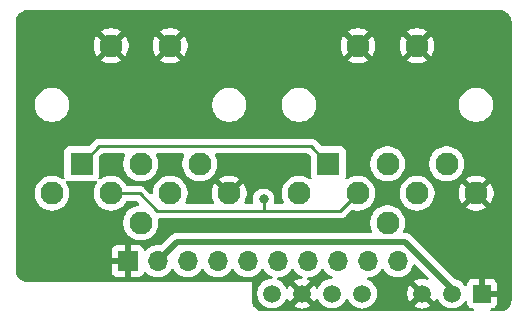
<source format=gbr>
%TF.GenerationSoftware,KiCad,Pcbnew,9.0.1*%
%TF.CreationDate,2025-06-09T14:27:30-04:00*%
%TF.ProjectId,Ceinture_respiration_Shield,4365696e-7475-4726-955f-726573706972,1.1*%
%TF.SameCoordinates,Original*%
%TF.FileFunction,Copper,L4,Bot*%
%TF.FilePolarity,Positive*%
%FSLAX46Y46*%
G04 Gerber Fmt 4.6, Leading zero omitted, Abs format (unit mm)*
G04 Created by KiCad (PCBNEW 9.0.1) date 2025-06-09 14:27:30*
%MOMM*%
%LPD*%
G01*
G04 APERTURE LIST*
%TA.AperFunction,ComponentPad*%
%ADD10R,1.508000X1.508000*%
%TD*%
%TA.AperFunction,ComponentPad*%
%ADD11C,1.508000*%
%TD*%
%TA.AperFunction,ComponentPad*%
%ADD12R,1.950000X1.950000*%
%TD*%
%TA.AperFunction,ComponentPad*%
%ADD13C,1.950000*%
%TD*%
%TA.AperFunction,ComponentPad*%
%ADD14R,1.700000X1.700000*%
%TD*%
%TA.AperFunction,ComponentPad*%
%ADD15O,1.700000X1.700000*%
%TD*%
%TA.AperFunction,ViaPad*%
%ADD16C,0.800000*%
%TD*%
%TA.AperFunction,Conductor*%
%ADD17C,0.250000*%
%TD*%
%TA.AperFunction,Conductor*%
%ADD18C,0.500000*%
%TD*%
G04 APERTURE END LIST*
D10*
%TO.P,PS1,1,-VIN*%
%TO.N,GND_EXP*%
X41507500Y2372500D03*
D11*
%TO.P,PS1,2,+VIN*%
%TO.N,/SHIELD_RESPIRATION/VBAT_EXP*%
X38967500Y2372500D03*
%TO.P,PS1,3,CTRL*%
%TO.N,GND_EXP*%
X36427500Y2372500D03*
%TO.P,PS1,5,NC*%
%TO.N,unconnected-(PS1-NC-Pad5)*%
X31347500Y2372500D03*
%TO.P,PS1,6,+VOUT*%
%TO.N,+5VA*%
X28807500Y2372500D03*
%TO.P,PS1,7,COM*%
%TO.N,GND_EXP*%
X26267500Y2372500D03*
%TO.P,PS1,8,-VOUT*%
%TO.N,-5VA*%
X23727500Y2372500D03*
%TD*%
D12*
%TO.P,J7,1*%
%TO.N,+5VA*%
X28500000Y13370500D03*
D13*
%TO.P,J7,2*%
%TO.N,unconnected-(J7-Pad2)*%
X33500000Y13370500D03*
%TO.P,J7,3*%
%TO.N,/SHIELD_RESPIRATION/Belt_2*%
X38500000Y13370500D03*
%TO.P,J7,4*%
%TO.N,-5VA*%
X31000000Y10870500D03*
%TO.P,J7,5*%
%TO.N,unconnected-(J7-Pad5)*%
X36000000Y10870500D03*
%TO.P,J7,6*%
%TO.N,unconnected-(J7-Pad6)*%
X26000000Y10870500D03*
%TO.P,J7,7*%
%TO.N,GND_EXP*%
X41000000Y10870500D03*
X36000000Y23370500D03*
X31000000Y23370500D03*
%TO.P,J7,8*%
%TO.N,unconnected-(J7-Pad8)*%
X33500000Y8370500D03*
%TD*%
D12*
%TO.P,J6,1*%
%TO.N,+5VA*%
X7594500Y13370500D03*
D13*
%TO.P,J6,2*%
%TO.N,unconnected-(J6-Pad2)*%
X12594500Y13370500D03*
%TO.P,J6,3*%
%TO.N,/SHIELD_RESPIRATION/Belt_1*%
X17594500Y13370500D03*
%TO.P,J6,4*%
%TO.N,-5VA*%
X10094500Y10870500D03*
%TO.P,J6,5*%
%TO.N,unconnected-(J6-Pad5)*%
X15094500Y10870500D03*
%TO.P,J6,6*%
%TO.N,unconnected-(J6-Pad6)*%
X5094500Y10870500D03*
%TO.P,J6,7*%
%TO.N,GND_EXP*%
X20094500Y10870500D03*
X15094500Y23370500D03*
X10094500Y23370500D03*
%TO.P,J6,8*%
%TO.N,unconnected-(J6-Pad8)*%
X12594500Y8370500D03*
%TD*%
D14*
%TO.P,J1,1,Pin_1*%
%TO.N,GND_EXP*%
X11500000Y5120500D03*
D15*
%TO.P,J1,2,Pin_2*%
%TO.N,/SHIELD_RESPIRATION/VBAT_EXP*%
X14040000Y5120500D03*
%TO.P,J1,3,Pin_3*%
%TO.N,/SHIELD_RESPIRATION/Belt_1*%
X16580000Y5120500D03*
%TO.P,J1,4,Pin_4*%
%TO.N,/SHIELD_RESPIRATION/Belt_2*%
X19120000Y5120500D03*
%TO.P,J1,5,Pin_5*%
%TO.N,unconnected-(J1-Pin_5-Pad5)*%
X21660000Y5120500D03*
%TO.P,J1,6,Pin_6*%
%TO.N,unconnected-(J1-Pin_6-Pad6)*%
X24200000Y5120500D03*
%TO.P,J1,7,Pin_7*%
%TO.N,unconnected-(J1-Pin_7-Pad7)*%
X26740000Y5120500D03*
%TO.P,J1,8,Pin_8*%
%TO.N,unconnected-(J1-Pin_8-Pad8)*%
X29280000Y5120500D03*
%TO.P,J1,9,Pin_9*%
%TO.N,unconnected-(J1-Pin_9-Pad9)*%
X31820000Y5120500D03*
%TO.P,J1,10,Pin_10*%
%TO.N,unconnected-(J1-Pin_10-Pad10)*%
X34360000Y5120500D03*
%TD*%
D16*
%TO.N,GND_EXP*%
X33500000Y3370500D03*
X34000000Y1870500D03*
%TO.N,-5VA*%
X23000000Y10370500D03*
%TD*%
D17*
%TO.N,GND_EXP*%
X36427500Y2372500D02*
X36427500Y1943000D01*
%TO.N,-5VA*%
X23000000Y10370500D02*
X23000000Y9370500D01*
X14000000Y9370500D02*
X23000000Y9370500D01*
X23000000Y9370500D02*
X29500000Y9370500D01*
X12500000Y10870500D02*
X14000000Y9370500D01*
X29500000Y9370500D02*
X31000000Y10870500D01*
X10094500Y10870500D02*
X12500000Y10870500D01*
%TO.N,+5VA*%
X27000000Y14870500D02*
X28500000Y13370500D01*
X7594500Y13370500D02*
X9094500Y14870500D01*
X9094500Y14870500D02*
X27000000Y14870500D01*
D18*
%TO.N,/SHIELD_RESPIRATION/VBAT_EXP*%
X38967500Y2372500D02*
X38967500Y2803000D01*
X35000000Y6770500D02*
X15690000Y6770500D01*
X15690000Y6770500D02*
X14040000Y5120500D01*
X38967500Y2803000D02*
X35000000Y6770500D01*
%TD*%
%TA.AperFunction,Conductor*%
%TO.N,GND_EXP*%
G36*
X11248776Y14225315D02*
G01*
X11294531Y14172511D01*
X11304475Y14103353D01*
X11292222Y14064705D01*
X11227101Y13936901D01*
X11155331Y13716015D01*
X11119000Y13486630D01*
X11119000Y13254371D01*
X11155331Y13024986D01*
X11227101Y12804100D01*
X11332539Y12597169D01*
X11469051Y12409276D01*
X11633276Y12245051D01*
X11821169Y12108539D01*
X11916905Y12059759D01*
X12028099Y12003102D01*
X12028101Y12003102D01*
X12028104Y12003100D01*
X12248986Y11931331D01*
X12367168Y11912614D01*
X12478371Y11895000D01*
X12478376Y11895000D01*
X12710629Y11895000D01*
X12812002Y11911057D01*
X12940014Y11931331D01*
X13160896Y12003100D01*
X13367831Y12108539D01*
X13555724Y12245051D01*
X13719949Y12409276D01*
X13856461Y12597169D01*
X13961900Y12804104D01*
X14033669Y13024986D01*
X14053943Y13152998D01*
X14070000Y13254371D01*
X14070000Y13486630D01*
X14050732Y13608278D01*
X14033669Y13716014D01*
X13961900Y13936896D01*
X13961898Y13936899D01*
X13961898Y13936901D01*
X13896778Y14064705D01*
X13883882Y14133374D01*
X13910158Y14198115D01*
X13967265Y14238372D01*
X14007263Y14245000D01*
X16181737Y14245000D01*
X16248776Y14225315D01*
X16294531Y14172511D01*
X16304475Y14103353D01*
X16292222Y14064705D01*
X16227101Y13936901D01*
X16155331Y13716015D01*
X16119000Y13486630D01*
X16119000Y13254371D01*
X16155331Y13024986D01*
X16227101Y12804100D01*
X16332539Y12597169D01*
X16469051Y12409276D01*
X16633276Y12245051D01*
X16821169Y12108539D01*
X16916905Y12059759D01*
X17028099Y12003102D01*
X17028101Y12003102D01*
X17028104Y12003100D01*
X17248986Y11931331D01*
X17367168Y11912614D01*
X17478371Y11895000D01*
X17478376Y11895000D01*
X17710629Y11895000D01*
X17812002Y11911057D01*
X17940014Y11931331D01*
X18160896Y12003100D01*
X18367831Y12108539D01*
X18555724Y12245051D01*
X18719949Y12409276D01*
X18856461Y12597169D01*
X18961900Y12804104D01*
X19033669Y13024986D01*
X19053943Y13152998D01*
X19070000Y13254371D01*
X19070000Y13486630D01*
X19050732Y13608278D01*
X19033669Y13716014D01*
X18961900Y13936896D01*
X18961898Y13936899D01*
X18961898Y13936901D01*
X18896778Y14064705D01*
X18883882Y14133374D01*
X18910158Y14198115D01*
X18967265Y14238372D01*
X19007263Y14245000D01*
X26689548Y14245000D01*
X26756587Y14225315D01*
X26777229Y14208681D01*
X26988181Y13997729D01*
X27021666Y13936406D01*
X27024500Y13910048D01*
X27024500Y12347630D01*
X27024501Y12347624D01*
X27030908Y12288017D01*
X27062465Y12203410D01*
X27067449Y12133718D01*
X27033964Y12072395D01*
X26972640Y12038911D01*
X26902949Y12043895D01*
X26873398Y12059759D01*
X26773334Y12132459D01*
X26773333Y12132460D01*
X26773331Y12132461D01*
X26698305Y12170689D01*
X26566400Y12237899D01*
X26345514Y12309669D01*
X26116129Y12346000D01*
X26116124Y12346000D01*
X25883876Y12346000D01*
X25883871Y12346000D01*
X25654485Y12309669D01*
X25433599Y12237899D01*
X25226668Y12132461D01*
X25038773Y11995947D01*
X24874553Y11831727D01*
X24738039Y11643832D01*
X24632601Y11436901D01*
X24560831Y11216015D01*
X24524500Y10986630D01*
X24524500Y10754371D01*
X24560831Y10524986D01*
X24632601Y10304100D01*
X24697722Y10176295D01*
X24710618Y10107626D01*
X24684342Y10042885D01*
X24627235Y10002628D01*
X24587237Y9996000D01*
X23994743Y9996000D01*
X23927704Y10015685D01*
X23881949Y10068489D01*
X23872005Y10137647D01*
X23873126Y10144192D01*
X23900500Y10281807D01*
X23900500Y10459194D01*
X23900499Y10459196D01*
X23865896Y10633159D01*
X23865893Y10633168D01*
X23798016Y10797041D01*
X23798009Y10797054D01*
X23699464Y10944535D01*
X23699461Y10944539D01*
X23574038Y11069962D01*
X23574034Y11069965D01*
X23426553Y11168510D01*
X23426540Y11168517D01*
X23262667Y11236394D01*
X23262658Y11236397D01*
X23088694Y11271000D01*
X23088691Y11271000D01*
X22911309Y11271000D01*
X22911306Y11271000D01*
X22737341Y11236397D01*
X22737332Y11236394D01*
X22573459Y11168517D01*
X22573446Y11168510D01*
X22425965Y11069965D01*
X22425961Y11069962D01*
X22300538Y10944539D01*
X22300535Y10944535D01*
X22201990Y10797054D01*
X22201983Y10797041D01*
X22134106Y10633168D01*
X22134103Y10633159D01*
X22099500Y10459196D01*
X22099500Y10459191D01*
X22099500Y10281809D01*
X22099500Y10281807D01*
X22099499Y10281807D01*
X22126874Y10144192D01*
X22120647Y10074600D01*
X22077784Y10019423D01*
X22011895Y9996178D01*
X22005257Y9996000D01*
X21506701Y9996000D01*
X21439662Y10015685D01*
X21393907Y10068489D01*
X21383963Y10137647D01*
X21396216Y10176295D01*
X21461434Y10304295D01*
X21533181Y10525107D01*
X21569500Y10754410D01*
X21569500Y10986591D01*
X21533181Y11215894D01*
X21461434Y11436706D01*
X21356034Y11643565D01*
X21299260Y11721709D01*
X21299259Y11721709D01*
X20695541Y11117990D01*
X20670522Y11178390D01*
X20599388Y11284851D01*
X20508851Y11375388D01*
X20402390Y11446522D01*
X20341987Y11471543D01*
X20945707Y12075262D01*
X20867564Y12132035D01*
X20660705Y12237435D01*
X20439893Y12309182D01*
X20210590Y12345500D01*
X19978410Y12345500D01*
X19749106Y12309182D01*
X19528294Y12237435D01*
X19321425Y12132030D01*
X19243291Y12075263D01*
X19243291Y12075262D01*
X19847011Y11471542D01*
X19786610Y11446522D01*
X19680149Y11375388D01*
X19589612Y11284851D01*
X19518478Y11178390D01*
X19493458Y11117989D01*
X18889738Y11721709D01*
X18889737Y11721709D01*
X18832970Y11643575D01*
X18727565Y11436706D01*
X18655818Y11215894D01*
X18619500Y10986591D01*
X18619500Y10754410D01*
X18655818Y10525107D01*
X18727565Y10304295D01*
X18792784Y10176295D01*
X18805680Y10107626D01*
X18779404Y10042885D01*
X18722297Y10002628D01*
X18682299Y9996000D01*
X16507263Y9996000D01*
X16440224Y10015685D01*
X16394469Y10068489D01*
X16384525Y10137647D01*
X16396778Y10176295D01*
X16461898Y10304100D01*
X16461898Y10304101D01*
X16461900Y10304104D01*
X16533669Y10524986D01*
X16558363Y10680902D01*
X16570000Y10754371D01*
X16570000Y10986630D01*
X16550732Y11108278D01*
X16533669Y11216014D01*
X16461900Y11436896D01*
X16461898Y11436899D01*
X16461898Y11436901D01*
X16397287Y11563705D01*
X16356461Y11643831D01*
X16219949Y11831724D01*
X16055724Y11995949D01*
X15867831Y12132461D01*
X15865364Y12133718D01*
X15660900Y12237899D01*
X15440014Y12309669D01*
X15210629Y12346000D01*
X15210624Y12346000D01*
X14978376Y12346000D01*
X14978371Y12346000D01*
X14748985Y12309669D01*
X14528099Y12237899D01*
X14321168Y12132461D01*
X14133273Y11995947D01*
X13969053Y11831727D01*
X13832539Y11643832D01*
X13727101Y11436901D01*
X13655331Y11216015D01*
X13619000Y10986630D01*
X13619000Y10935452D01*
X13599315Y10868413D01*
X13546511Y10822658D01*
X13477353Y10812714D01*
X13413797Y10841739D01*
X13407319Y10847771D01*
X12995822Y11259268D01*
X12985859Y11269231D01*
X12985858Y11269233D01*
X12898733Y11356358D01*
X12847509Y11390585D01*
X12796286Y11424812D01*
X12796283Y11424814D01*
X12796280Y11424815D01*
X12722603Y11455332D01*
X12722601Y11455333D01*
X12715792Y11458153D01*
X12682452Y11471963D01*
X12622029Y11483982D01*
X12617306Y11484922D01*
X12617304Y11484922D01*
X12561610Y11496000D01*
X12561607Y11496000D01*
X12561606Y11496000D01*
X11507772Y11496000D01*
X11440733Y11515685D01*
X11397287Y11563705D01*
X11356461Y11643831D01*
X11219949Y11831724D01*
X11055724Y11995949D01*
X10867831Y12132461D01*
X10865364Y12133718D01*
X10660900Y12237899D01*
X10440014Y12309669D01*
X10210629Y12346000D01*
X10210624Y12346000D01*
X9978376Y12346000D01*
X9978371Y12346000D01*
X9748985Y12309669D01*
X9528099Y12237899D01*
X9321169Y12132462D01*
X9221101Y12059758D01*
X9155294Y12036279D01*
X9087240Y12052105D01*
X9038546Y12102211D01*
X9024671Y12170689D01*
X9032032Y12203405D01*
X9063591Y12288017D01*
X9070000Y12347627D01*
X9069999Y13910048D01*
X9089684Y13977086D01*
X9106318Y13997728D01*
X9317272Y14208681D01*
X9378595Y14242166D01*
X9404953Y14245000D01*
X11181737Y14245000D01*
X11248776Y14225315D01*
G37*
%TD.AperFunction*%
%TA.AperFunction,Conductor*%
G36*
X43005394Y26369528D02*
G01*
X43012947Y26368868D01*
X43151564Y26356740D01*
X43164907Y26354835D01*
X43194247Y26348999D01*
X43202109Y26347166D01*
X43326922Y26313723D01*
X43342275Y26308511D01*
X43359224Y26301491D01*
X43364134Y26299331D01*
X43489918Y26240677D01*
X43508633Y26229871D01*
X43633582Y26142381D01*
X43650140Y26128487D01*
X43757986Y26020641D01*
X43771880Y26004083D01*
X43859370Y25879134D01*
X43870177Y25860416D01*
X43928809Y25734681D01*
X43930989Y25729726D01*
X43938009Y25712777D01*
X43943222Y25697420D01*
X43976659Y25572631D01*
X43978501Y25564731D01*
X43984330Y25535429D01*
X43986241Y25522044D01*
X43999028Y25375895D01*
X43999500Y25365087D01*
X43999500Y1875914D01*
X43999028Y1865106D01*
X43986241Y1718958D01*
X43984330Y1705573D01*
X43978501Y1676271D01*
X43976659Y1668371D01*
X43943222Y1543582D01*
X43938009Y1528225D01*
X43930989Y1511276D01*
X43928809Y1506321D01*
X43870177Y1380585D01*
X43859370Y1361867D01*
X43771880Y1236918D01*
X43757986Y1220360D01*
X43650140Y1112514D01*
X43633582Y1098620D01*
X43508633Y1011130D01*
X43489915Y1000323D01*
X43364179Y941691D01*
X43359224Y939511D01*
X43342275Y932491D01*
X43326918Y927278D01*
X43202129Y893841D01*
X43194229Y891999D01*
X43164927Y886170D01*
X43151542Y884259D01*
X43005395Y871472D01*
X42994587Y871000D01*
X42320630Y871000D01*
X42253591Y890685D01*
X42207836Y943489D01*
X42197892Y1012647D01*
X42226917Y1076203D01*
X42285695Y1113977D01*
X42307374Y1118289D01*
X42368872Y1124902D01*
X42368879Y1124904D01*
X42503586Y1175146D01*
X42503593Y1175150D01*
X42618687Y1261310D01*
X42618690Y1261313D01*
X42704850Y1376407D01*
X42704854Y1376414D01*
X42755096Y1511121D01*
X42755098Y1511128D01*
X42761499Y1570656D01*
X42761500Y1570673D01*
X42761500Y2122500D01*
X41940512Y2122500D01*
X41973425Y2179507D01*
X42007500Y2306674D01*
X42007500Y2438326D01*
X41973425Y2565493D01*
X41940512Y2622500D01*
X42761500Y2622500D01*
X42761500Y3174328D01*
X42761499Y3174345D01*
X42755098Y3233873D01*
X42755096Y3233880D01*
X42704854Y3368587D01*
X42704850Y3368594D01*
X42618690Y3483688D01*
X42618687Y3483691D01*
X42503593Y3569851D01*
X42503586Y3569855D01*
X42368879Y3620097D01*
X42368872Y3620099D01*
X42309344Y3626500D01*
X41757500Y3626500D01*
X41757500Y2805512D01*
X41700493Y2838425D01*
X41573326Y2872500D01*
X41441674Y2872500D01*
X41314507Y2838425D01*
X41257500Y2805512D01*
X41257500Y3626500D01*
X40705655Y3626500D01*
X40646127Y3620099D01*
X40646120Y3620097D01*
X40511413Y3569855D01*
X40511406Y3569851D01*
X40396312Y3483691D01*
X40396309Y3483688D01*
X40310149Y3368594D01*
X40310145Y3368587D01*
X40259903Y3233880D01*
X40259901Y3233873D01*
X40253500Y3174345D01*
X40253500Y3118388D01*
X40233815Y3051349D01*
X40181011Y3005594D01*
X40111853Y2995650D01*
X40048297Y3024675D01*
X40029182Y3045503D01*
X39924384Y3189747D01*
X39784746Y3329385D01*
X39625004Y3445442D01*
X39625003Y3445443D01*
X39625001Y3445444D01*
X39449061Y3535091D01*
X39352754Y3566383D01*
X39256629Y3597616D01*
X39256966Y3598656D01*
X39202969Y3628898D01*
X35478421Y7353448D01*
X35478414Y7353454D01*
X35394967Y7409211D01*
X35394868Y7409276D01*
X35355495Y7435584D01*
X35355494Y7435585D01*
X35355492Y7435586D01*
X35218917Y7492157D01*
X35218907Y7492160D01*
X35073920Y7521000D01*
X35073918Y7521000D01*
X34925501Y7521000D01*
X34858462Y7540685D01*
X34812707Y7593489D01*
X34802763Y7662647D01*
X34815016Y7701295D01*
X34867398Y7804100D01*
X34867398Y7804101D01*
X34867400Y7804104D01*
X34939169Y8024986D01*
X34959443Y8152998D01*
X34975500Y8254371D01*
X34975500Y8486630D01*
X34956232Y8608278D01*
X34939169Y8716014D01*
X34867400Y8936896D01*
X34867398Y8936899D01*
X34867398Y8936901D01*
X34761960Y9143832D01*
X34625449Y9331724D01*
X34461224Y9495949D01*
X34273331Y9632461D01*
X34066400Y9737899D01*
X33845514Y9809669D01*
X33616129Y9846000D01*
X33616124Y9846000D01*
X33383876Y9846000D01*
X33383871Y9846000D01*
X33154485Y9809669D01*
X32933599Y9737899D01*
X32726668Y9632461D01*
X32538773Y9495947D01*
X32374553Y9331727D01*
X32238039Y9143832D01*
X32132601Y8936901D01*
X32060831Y8716015D01*
X32024500Y8486630D01*
X32024500Y8254371D01*
X32060831Y8024986D01*
X32132601Y7804100D01*
X32184984Y7701295D01*
X32197880Y7632626D01*
X32171604Y7567885D01*
X32114497Y7527628D01*
X32074499Y7521000D01*
X15616080Y7521000D01*
X15471092Y7492160D01*
X15471082Y7492157D01*
X15334511Y7435588D01*
X15334498Y7435581D01*
X15211584Y7353452D01*
X15211580Y7353449D01*
X14348807Y6490676D01*
X14287484Y6457191D01*
X14241728Y6455884D01*
X14146292Y6471000D01*
X14146287Y6471000D01*
X13933713Y6471000D01*
X13885042Y6463292D01*
X13723760Y6437747D01*
X13521585Y6372056D01*
X13332179Y6275549D01*
X13160215Y6150611D01*
X13046285Y6036681D01*
X12984962Y6003197D01*
X12915270Y6008181D01*
X12859337Y6050053D01*
X12842422Y6081030D01*
X12793354Y6212587D01*
X12793350Y6212594D01*
X12707190Y6327688D01*
X12707187Y6327691D01*
X12592093Y6413851D01*
X12592086Y6413855D01*
X12457379Y6464097D01*
X12457372Y6464099D01*
X12397844Y6470500D01*
X11750000Y6470500D01*
X11750000Y5553512D01*
X11692993Y5586425D01*
X11565826Y5620500D01*
X11434174Y5620500D01*
X11307007Y5586425D01*
X11250000Y5553512D01*
X11250000Y6470500D01*
X10602155Y6470500D01*
X10542627Y6464099D01*
X10542620Y6464097D01*
X10407913Y6413855D01*
X10407906Y6413851D01*
X10292812Y6327691D01*
X10292809Y6327688D01*
X10206649Y6212594D01*
X10206645Y6212587D01*
X10156403Y6077880D01*
X10156401Y6077873D01*
X10150000Y6018345D01*
X10150000Y5370500D01*
X11066988Y5370500D01*
X11034075Y5313493D01*
X11000000Y5186326D01*
X11000000Y5054674D01*
X11034075Y4927507D01*
X11066988Y4870500D01*
X10150000Y4870500D01*
X10150000Y4222656D01*
X10156401Y4163128D01*
X10156403Y4163121D01*
X10206645Y4028414D01*
X10206649Y4028407D01*
X10292809Y3913313D01*
X10292812Y3913310D01*
X10407906Y3827150D01*
X10407913Y3827146D01*
X10542620Y3776904D01*
X10542627Y3776902D01*
X10602155Y3770501D01*
X10602172Y3770500D01*
X11250000Y3770500D01*
X11250000Y4687488D01*
X11307007Y4654575D01*
X11434174Y4620500D01*
X11565826Y4620500D01*
X11692993Y4654575D01*
X11750000Y4687488D01*
X11750000Y3770500D01*
X12397828Y3770500D01*
X12397844Y3770501D01*
X12457372Y3776902D01*
X12457379Y3776904D01*
X12592086Y3827146D01*
X12592093Y3827150D01*
X12707187Y3913310D01*
X12707190Y3913313D01*
X12793350Y4028407D01*
X12793354Y4028414D01*
X12842422Y4159971D01*
X12884293Y4215905D01*
X12949757Y4240322D01*
X13018030Y4225470D01*
X13046285Y4204319D01*
X13160213Y4090391D01*
X13332179Y3965452D01*
X13332181Y3965451D01*
X13332184Y3965449D01*
X13521588Y3868943D01*
X13723757Y3803254D01*
X13933713Y3770000D01*
X13933714Y3770000D01*
X14146286Y3770000D01*
X14146287Y3770000D01*
X14356243Y3803254D01*
X14558412Y3868943D01*
X14747816Y3965449D01*
X14810892Y4011276D01*
X14919786Y4090391D01*
X14919788Y4090394D01*
X14919792Y4090396D01*
X15070104Y4240708D01*
X15070106Y4240712D01*
X15070109Y4240714D01*
X15195048Y4412680D01*
X15195047Y4412680D01*
X15195051Y4412684D01*
X15199514Y4421446D01*
X15247488Y4472241D01*
X15315308Y4489037D01*
X15381444Y4466501D01*
X15420486Y4421444D01*
X15424951Y4412680D01*
X15549890Y4240714D01*
X15700213Y4090391D01*
X15872179Y3965452D01*
X15872181Y3965451D01*
X15872184Y3965449D01*
X16061588Y3868943D01*
X16263757Y3803254D01*
X16473713Y3770000D01*
X16473714Y3770000D01*
X16686286Y3770000D01*
X16686287Y3770000D01*
X16896243Y3803254D01*
X17098412Y3868943D01*
X17287816Y3965449D01*
X17350892Y4011276D01*
X17459786Y4090391D01*
X17459788Y4090394D01*
X17459792Y4090396D01*
X17610104Y4240708D01*
X17610106Y4240712D01*
X17610109Y4240714D01*
X17735048Y4412680D01*
X17735047Y4412680D01*
X17735051Y4412684D01*
X17739514Y4421446D01*
X17787488Y4472241D01*
X17855308Y4489037D01*
X17921444Y4466501D01*
X17960486Y4421444D01*
X17964951Y4412680D01*
X18089890Y4240714D01*
X18240213Y4090391D01*
X18412179Y3965452D01*
X18412181Y3965451D01*
X18412184Y3965449D01*
X18601588Y3868943D01*
X18803757Y3803254D01*
X19013713Y3770000D01*
X19013714Y3770000D01*
X19226286Y3770000D01*
X19226287Y3770000D01*
X19436243Y3803254D01*
X19638412Y3868943D01*
X19827816Y3965449D01*
X19890892Y4011276D01*
X19999786Y4090391D01*
X19999788Y4090394D01*
X19999792Y4090396D01*
X20150104Y4240708D01*
X20150106Y4240712D01*
X20150109Y4240714D01*
X20275048Y4412680D01*
X20275047Y4412680D01*
X20275051Y4412684D01*
X20279514Y4421446D01*
X20327488Y4472241D01*
X20395308Y4489037D01*
X20461444Y4466501D01*
X20500486Y4421444D01*
X20504951Y4412680D01*
X20629890Y4240714D01*
X20780213Y4090391D01*
X20952179Y3965452D01*
X20952181Y3965451D01*
X20952184Y3965449D01*
X21141588Y3868943D01*
X21343757Y3803254D01*
X21553713Y3770000D01*
X21553714Y3770000D01*
X21766286Y3770000D01*
X21766287Y3770000D01*
X21976243Y3803254D01*
X22178412Y3868943D01*
X22367816Y3965449D01*
X22430892Y4011276D01*
X22539786Y4090391D01*
X22539788Y4090394D01*
X22539792Y4090396D01*
X22690104Y4240708D01*
X22690106Y4240712D01*
X22690109Y4240714D01*
X22815048Y4412680D01*
X22815047Y4412680D01*
X22815051Y4412684D01*
X22819514Y4421446D01*
X22867488Y4472241D01*
X22935308Y4489037D01*
X23001444Y4466501D01*
X23040486Y4421444D01*
X23044951Y4412680D01*
X23169890Y4240714D01*
X23320213Y4090391D01*
X23492179Y3965452D01*
X23492181Y3965451D01*
X23492184Y3965449D01*
X23681588Y3868943D01*
X23681627Y3868931D01*
X23681641Y3868921D01*
X23686081Y3867082D01*
X23685694Y3866149D01*
X23739301Y3829494D01*
X23766500Y3765136D01*
X23754586Y3696289D01*
X23707342Y3644813D01*
X23643308Y3627000D01*
X23628764Y3627000D01*
X23433736Y3596111D01*
X23245941Y3535092D01*
X23069995Y3445442D01*
X22910253Y3329385D01*
X22770615Y3189747D01*
X22654558Y3030005D01*
X22564908Y2854059D01*
X22503889Y2666264D01*
X22473000Y2471237D01*
X22473000Y2273764D01*
X22503889Y2078737D01*
X22560105Y1905724D01*
X22564909Y1890939D01*
X22654421Y1715264D01*
X22654558Y1714996D01*
X22770615Y1555254D01*
X22910253Y1415616D01*
X23033658Y1325959D01*
X23069999Y1299556D01*
X23245939Y1209909D01*
X23352917Y1175150D01*
X23433736Y1148890D01*
X23622450Y1119000D01*
X23622455Y1119000D01*
X23628769Y1118000D01*
X23826231Y1118000D01*
X23832545Y1119000D01*
X23832550Y1119000D01*
X24021263Y1148890D01*
X24056493Y1160337D01*
X24209061Y1209909D01*
X24385001Y1299556D01*
X24490788Y1376414D01*
X24544746Y1415616D01*
X24544748Y1415619D01*
X24544752Y1415621D01*
X24684379Y1555248D01*
X24684381Y1555252D01*
X24684384Y1555254D01*
X24789182Y1699498D01*
X24800444Y1714999D01*
X24887297Y1885457D01*
X24935268Y1936250D01*
X25003089Y1953045D01*
X25069224Y1930508D01*
X25108263Y1885455D01*
X25194981Y1715264D01*
X25220957Y1679512D01*
X25220957Y1679511D01*
X25784537Y2243091D01*
X25801575Y2179507D01*
X25867401Y2065493D01*
X25960493Y1972401D01*
X26074507Y1906575D01*
X26138090Y1889538D01*
X25574509Y1325959D01*
X25574510Y1325958D01*
X25610255Y1299988D01*
X25610268Y1299980D01*
X25786126Y1210374D01*
X25973853Y1149377D01*
X26173620Y1117737D01*
X26173391Y1116297D01*
X26232590Y1093738D01*
X26269107Y1044232D01*
X26283708Y1076203D01*
X26342486Y1113977D01*
X26361423Y1117463D01*
X26361380Y1117737D01*
X26561146Y1149377D01*
X26748873Y1210374D01*
X26924741Y1299984D01*
X26960488Y1325957D01*
X26960488Y1325959D01*
X26396910Y1889538D01*
X26460493Y1906575D01*
X26574507Y1972401D01*
X26667599Y2065493D01*
X26733425Y2179507D01*
X26750462Y2243091D01*
X27314041Y1679512D01*
X27314043Y1679512D01*
X27340016Y1715259D01*
X27426735Y1885454D01*
X27474710Y1936250D01*
X27542531Y1953045D01*
X27608665Y1930508D01*
X27647702Y1885458D01*
X27720715Y1742164D01*
X27734558Y1714995D01*
X27850615Y1555254D01*
X27990253Y1415616D01*
X28113658Y1325959D01*
X28149999Y1299556D01*
X28325939Y1209909D01*
X28432917Y1175150D01*
X28513736Y1148890D01*
X28702450Y1119000D01*
X28702455Y1119000D01*
X28708769Y1118000D01*
X28906231Y1118000D01*
X28912545Y1119000D01*
X28912550Y1119000D01*
X29101263Y1148890D01*
X29136493Y1160337D01*
X29289061Y1209909D01*
X29465001Y1299556D01*
X29570788Y1376414D01*
X29624746Y1415616D01*
X29624748Y1415619D01*
X29624752Y1415621D01*
X29764379Y1555248D01*
X29764381Y1555252D01*
X29764384Y1555254D01*
X29880441Y1714995D01*
X29880443Y1714998D01*
X29880444Y1714999D01*
X29967017Y1884907D01*
X29975659Y1894058D01*
X29980395Y1905724D01*
X29999196Y1918979D01*
X30014990Y1935700D01*
X30027210Y1938727D01*
X30037502Y1945981D01*
X30060484Y1946967D01*
X30082811Y1952495D01*
X30094728Y1948434D01*
X30107307Y1948973D01*
X30127170Y1937379D01*
X30148946Y1929958D01*
X30158220Y1919255D01*
X30167649Y1913751D01*
X30187981Y1884909D01*
X30239924Y1782968D01*
X30274558Y1714995D01*
X30390615Y1555254D01*
X30530253Y1415616D01*
X30653658Y1325959D01*
X30689999Y1299556D01*
X30865939Y1209909D01*
X30972917Y1175150D01*
X31053736Y1148890D01*
X31252091Y1117473D01*
X31315226Y1087544D01*
X31349001Y1033301D01*
X31368594Y1076203D01*
X31427372Y1113977D01*
X31442909Y1117473D01*
X31641263Y1148890D01*
X31676493Y1160337D01*
X31829061Y1209909D01*
X32005001Y1299556D01*
X32110788Y1376414D01*
X32164746Y1415616D01*
X32164748Y1415619D01*
X32164752Y1415621D01*
X32304379Y1555248D01*
X32304381Y1555252D01*
X32304384Y1555254D01*
X32356228Y1626613D01*
X32420444Y1714999D01*
X32510091Y1890939D01*
X32571110Y2078737D01*
X32571129Y2078854D01*
X32602000Y2273764D01*
X32602000Y2471237D01*
X32571110Y2666264D01*
X32515171Y2838425D01*
X32510091Y2854061D01*
X32420444Y3030001D01*
X32394659Y3065491D01*
X32304384Y3189747D01*
X32164746Y3329385D01*
X32005004Y3445442D01*
X32005003Y3445443D01*
X32005001Y3445444D01*
X31829061Y3535091D01*
X31829055Y3535093D01*
X31828227Y3535515D01*
X31777431Y3583490D01*
X31760636Y3651311D01*
X31783173Y3717446D01*
X31837889Y3760897D01*
X31884522Y3770000D01*
X31926286Y3770000D01*
X31926287Y3770000D01*
X32136243Y3803254D01*
X32338412Y3868943D01*
X32527816Y3965449D01*
X32590892Y4011276D01*
X32699786Y4090391D01*
X32699788Y4090394D01*
X32699792Y4090396D01*
X32850104Y4240708D01*
X32850106Y4240712D01*
X32850109Y4240714D01*
X32975048Y4412680D01*
X32975047Y4412680D01*
X32975051Y4412684D01*
X32979514Y4421446D01*
X33027488Y4472241D01*
X33095308Y4489037D01*
X33161444Y4466501D01*
X33200486Y4421444D01*
X33204951Y4412680D01*
X33329890Y4240714D01*
X33480213Y4090391D01*
X33652179Y3965452D01*
X33652181Y3965451D01*
X33652184Y3965449D01*
X33841588Y3868943D01*
X34043757Y3803254D01*
X34253713Y3770000D01*
X34253714Y3770000D01*
X34466286Y3770000D01*
X34466287Y3770000D01*
X34676243Y3803254D01*
X34878412Y3868943D01*
X35067816Y3965449D01*
X35130892Y4011276D01*
X35239786Y4090391D01*
X35239788Y4090394D01*
X35239792Y4090396D01*
X35390104Y4240708D01*
X35390106Y4240712D01*
X35390109Y4240714D01*
X35515048Y4412680D01*
X35515047Y4412680D01*
X35515051Y4412684D01*
X35611557Y4602088D01*
X35670540Y4783618D01*
X35709978Y4841293D01*
X35774337Y4868491D01*
X35843183Y4856576D01*
X35876152Y4832980D01*
X36937137Y3771995D01*
X36970622Y3710672D01*
X36965638Y3640980D01*
X36923766Y3585047D01*
X36858302Y3560630D01*
X36811137Y3566383D01*
X36721146Y3595624D01*
X36526197Y3626500D01*
X36328803Y3626500D01*
X36133853Y3595624D01*
X35946126Y3534627D01*
X35770262Y3445018D01*
X35770260Y3445017D01*
X35734510Y3419044D01*
X35734510Y3419043D01*
X36298091Y2855463D01*
X36234507Y2838425D01*
X36120493Y2772599D01*
X36027401Y2679507D01*
X35961575Y2565493D01*
X35944537Y2501910D01*
X35380957Y3065490D01*
X35380956Y3065490D01*
X35354983Y3029740D01*
X35354982Y3029738D01*
X35265373Y2853874D01*
X35204376Y2666147D01*
X35173500Y2471198D01*
X35173500Y2273803D01*
X35204376Y2078854D01*
X35265373Y1891127D01*
X35354983Y1715261D01*
X35380957Y1679512D01*
X35380957Y1679511D01*
X35944537Y2243091D01*
X35961575Y2179507D01*
X36027401Y2065493D01*
X36120493Y1972401D01*
X36234507Y1906575D01*
X36298090Y1889538D01*
X35734509Y1325959D01*
X35734510Y1325958D01*
X35770255Y1299988D01*
X35770268Y1299980D01*
X35946126Y1210374D01*
X36133853Y1149377D01*
X36333620Y1117737D01*
X36333391Y1116297D01*
X36392590Y1093738D01*
X36429107Y1044232D01*
X36443708Y1076203D01*
X36502486Y1113977D01*
X36521423Y1117463D01*
X36521380Y1117737D01*
X36721146Y1149377D01*
X36908873Y1210374D01*
X37084741Y1299984D01*
X37120488Y1325957D01*
X37120488Y1325959D01*
X36556910Y1889538D01*
X36620493Y1906575D01*
X36734507Y1972401D01*
X36827599Y2065493D01*
X36893425Y2179507D01*
X36910462Y2243092D01*
X37474041Y1679512D01*
X37474043Y1679512D01*
X37500016Y1715259D01*
X37586735Y1885454D01*
X37634710Y1936250D01*
X37702531Y1953045D01*
X37768665Y1930508D01*
X37807702Y1885458D01*
X37880715Y1742164D01*
X37894558Y1714995D01*
X38010615Y1555254D01*
X38150253Y1415616D01*
X38273658Y1325959D01*
X38309999Y1299556D01*
X38485939Y1209909D01*
X38592917Y1175150D01*
X38673736Y1148890D01*
X38862450Y1119000D01*
X38862455Y1119000D01*
X38868769Y1118000D01*
X39066231Y1118000D01*
X39072545Y1119000D01*
X39072550Y1119000D01*
X39261263Y1148890D01*
X39296493Y1160337D01*
X39449061Y1209909D01*
X39625001Y1299556D01*
X39730788Y1376414D01*
X39784746Y1415616D01*
X39784748Y1415619D01*
X39784752Y1415621D01*
X39924379Y1555248D01*
X40029183Y1699500D01*
X40054167Y1718766D01*
X40077989Y1739407D01*
X40081611Y1739928D01*
X40084511Y1742164D01*
X40115932Y1744863D01*
X40147147Y1749351D01*
X40150477Y1747830D01*
X40154124Y1748143D01*
X40182010Y1733430D01*
X40210703Y1720326D01*
X40212682Y1717247D01*
X40215920Y1715538D01*
X40231428Y1688077D01*
X40248477Y1661548D01*
X40249183Y1656638D01*
X40250277Y1654700D01*
X40253500Y1626613D01*
X40253500Y1570656D01*
X40259901Y1511128D01*
X40259903Y1511121D01*
X40310145Y1376414D01*
X40310149Y1376407D01*
X40396309Y1261313D01*
X40396312Y1261310D01*
X40511406Y1175150D01*
X40511413Y1175146D01*
X40646120Y1124904D01*
X40646127Y1124902D01*
X40707626Y1118289D01*
X40772177Y1091551D01*
X40812025Y1034158D01*
X40814518Y964333D01*
X40778865Y904244D01*
X40716385Y872970D01*
X40694370Y871000D01*
X36537421Y871000D01*
X36470382Y890685D01*
X36424893Y943181D01*
X36404637Y906700D01*
X36343079Y873650D01*
X36317579Y871000D01*
X31462307Y871000D01*
X31395268Y890685D01*
X31349513Y943489D01*
X31348048Y953678D01*
X31312549Y900137D01*
X31248585Y872023D01*
X31232693Y871000D01*
X26377421Y871000D01*
X26310382Y890685D01*
X26264893Y943181D01*
X26244637Y906700D01*
X26183079Y873650D01*
X26157579Y871000D01*
X23005413Y871000D01*
X22994605Y871472D01*
X22848456Y884259D01*
X22835071Y886170D01*
X22805769Y891999D01*
X22797869Y893841D01*
X22673080Y927278D01*
X22657723Y932491D01*
X22640774Y939511D01*
X22635819Y941691D01*
X22510084Y1000323D01*
X22491366Y1011130D01*
X22366417Y1098620D01*
X22349859Y1112514D01*
X22242013Y1220360D01*
X22228119Y1236918D01*
X22140629Y1361867D01*
X22129822Y1380584D01*
X22099292Y1446055D01*
X22071176Y1506349D01*
X22069009Y1511276D01*
X22061989Y1528225D01*
X22056776Y1543582D01*
X22038829Y1610562D01*
X22023334Y1668391D01*
X22021501Y1676253D01*
X22015665Y1705593D01*
X22013760Y1718936D01*
X22000972Y1865106D01*
X22000500Y1875912D01*
X22000500Y2458033D01*
X22000471Y2458364D01*
X22000000Y2469164D01*
X22000000Y3370500D01*
X21098664Y3370500D01*
X21087864Y3370971D01*
X21087532Y3371000D01*
X21000207Y3371000D01*
X3005413Y3371000D01*
X2994605Y3371472D01*
X2848456Y3384259D01*
X2835071Y3386170D01*
X2805769Y3391999D01*
X2797869Y3393841D01*
X2673080Y3427278D01*
X2657723Y3432491D01*
X2640774Y3439511D01*
X2635819Y3441691D01*
X2510084Y3500323D01*
X2491366Y3511130D01*
X2366417Y3598620D01*
X2349859Y3612514D01*
X2242013Y3720360D01*
X2228119Y3736918D01*
X2140629Y3861867D01*
X2129822Y3880584D01*
X2071169Y4006366D01*
X2069009Y4011276D01*
X2061989Y4028225D01*
X2056776Y4043582D01*
X2044234Y4090391D01*
X2023334Y4168391D01*
X2021501Y4176253D01*
X2015665Y4205593D01*
X2013760Y4218936D01*
X2000972Y4365106D01*
X2000500Y4375912D01*
X2000500Y10986630D01*
X3619000Y10986630D01*
X3619000Y10754371D01*
X3655331Y10524986D01*
X3727101Y10304100D01*
X3811914Y10137647D01*
X3832539Y10097169D01*
X3969051Y9909276D01*
X4133276Y9745051D01*
X4321169Y9608539D01*
X4418936Y9558724D01*
X4528099Y9503102D01*
X4528101Y9503102D01*
X4528104Y9503100D01*
X4748986Y9431331D01*
X4867168Y9412614D01*
X4978371Y9395000D01*
X4978376Y9395000D01*
X5210629Y9395000D01*
X5312002Y9411057D01*
X5440014Y9431331D01*
X5660896Y9503100D01*
X5867831Y9608539D01*
X6055724Y9745051D01*
X6219949Y9909276D01*
X6356461Y10097169D01*
X6461900Y10304104D01*
X6533669Y10524986D01*
X6558363Y10680902D01*
X6570000Y10754371D01*
X6570000Y10986630D01*
X6550732Y11108278D01*
X6533669Y11216014D01*
X6461900Y11436896D01*
X6461898Y11436899D01*
X6461898Y11436901D01*
X6397287Y11563705D01*
X6356461Y11643831D01*
X6345376Y11659088D01*
X6283758Y11743899D01*
X6260278Y11809705D01*
X6276103Y11877759D01*
X6326209Y11926454D01*
X6394687Y11940329D01*
X6427405Y11932968D01*
X6512017Y11901409D01*
X6571627Y11895000D01*
X8617372Y11895001D01*
X8676983Y11901409D01*
X8761592Y11932967D01*
X8831281Y11937950D01*
X8892604Y11904466D01*
X8926089Y11843143D01*
X8921105Y11773451D01*
X8905242Y11743899D01*
X8832538Y11643831D01*
X8727101Y11436901D01*
X8655331Y11216015D01*
X8619000Y10986630D01*
X8619000Y10754371D01*
X8655331Y10524986D01*
X8727101Y10304100D01*
X8811914Y10137647D01*
X8832539Y10097169D01*
X8969051Y9909276D01*
X9133276Y9745051D01*
X9321169Y9608539D01*
X9418936Y9558724D01*
X9528099Y9503102D01*
X9528101Y9503102D01*
X9528104Y9503100D01*
X9748986Y9431331D01*
X9867168Y9412614D01*
X9978371Y9395000D01*
X9978376Y9395000D01*
X10210629Y9395000D01*
X10312002Y9411057D01*
X10440014Y9431331D01*
X10660896Y9503100D01*
X10867831Y9608539D01*
X11055724Y9745051D01*
X11219949Y9909276D01*
X11356461Y10097169D01*
X11397287Y10177296D01*
X11445261Y10228091D01*
X11507772Y10245000D01*
X12189548Y10245000D01*
X12218988Y10236356D01*
X12248975Y10229832D01*
X12253990Y10226078D01*
X12256587Y10225315D01*
X12277229Y10208681D01*
X12445739Y10040171D01*
X12479224Y9978848D01*
X12474240Y9909156D01*
X12432368Y9853223D01*
X12377456Y9830017D01*
X12248985Y9809670D01*
X12028099Y9737899D01*
X11821168Y9632461D01*
X11633273Y9495947D01*
X11469053Y9331727D01*
X11332539Y9143832D01*
X11227101Y8936901D01*
X11155331Y8716015D01*
X11119000Y8486630D01*
X11119000Y8254371D01*
X11155331Y8024986D01*
X11227101Y7804100D01*
X11299176Y7662647D01*
X11332539Y7597169D01*
X11469051Y7409276D01*
X11633276Y7245051D01*
X11821169Y7108539D01*
X11918936Y7058724D01*
X12028099Y7003102D01*
X12028101Y7003102D01*
X12028104Y7003100D01*
X12248986Y6931331D01*
X12367168Y6912614D01*
X12478371Y6895000D01*
X12478376Y6895000D01*
X12710629Y6895000D01*
X12812002Y6911057D01*
X12940014Y6931331D01*
X13160896Y7003100D01*
X13367831Y7108539D01*
X13555724Y7245051D01*
X13719949Y7409276D01*
X13856461Y7597169D01*
X13961900Y7804104D01*
X14033669Y8024986D01*
X14053943Y8152998D01*
X14070000Y8254371D01*
X14070000Y8486630D01*
X14051790Y8601602D01*
X14060745Y8670895D01*
X14105741Y8724347D01*
X14172492Y8744987D01*
X14174263Y8745000D01*
X29561607Y8745000D01*
X29622029Y8757019D01*
X29682452Y8769037D01*
X29715792Y8782848D01*
X29796286Y8816188D01*
X29847509Y8850416D01*
X29898733Y8884642D01*
X29985858Y8971767D01*
X29985858Y8971769D01*
X29996066Y8981976D01*
X29996068Y8981979D01*
X30442961Y9428873D01*
X30504282Y9462356D01*
X30568957Y9459122D01*
X30617791Y9443254D01*
X30654485Y9431331D01*
X30883871Y9395000D01*
X30883876Y9395000D01*
X31116129Y9395000D01*
X31217502Y9411057D01*
X31345514Y9431331D01*
X31566396Y9503100D01*
X31773331Y9608539D01*
X31961224Y9745051D01*
X32125449Y9909276D01*
X32261961Y10097169D01*
X32367400Y10304104D01*
X32439169Y10524986D01*
X32463863Y10680902D01*
X32475500Y10754371D01*
X32475500Y10986630D01*
X34524500Y10986630D01*
X34524500Y10754371D01*
X34560831Y10524986D01*
X34632601Y10304100D01*
X34717414Y10137647D01*
X34738039Y10097169D01*
X34874551Y9909276D01*
X35038776Y9745051D01*
X35226669Y9608539D01*
X35324436Y9558724D01*
X35433599Y9503102D01*
X35433601Y9503102D01*
X35433604Y9503100D01*
X35654486Y9431331D01*
X35772668Y9412614D01*
X35883871Y9395000D01*
X35883876Y9395000D01*
X36116129Y9395000D01*
X36217502Y9411057D01*
X36345514Y9431331D01*
X36566396Y9503100D01*
X36773331Y9608539D01*
X36961224Y9745051D01*
X37125449Y9909276D01*
X37261961Y10097169D01*
X37367400Y10304104D01*
X37439169Y10524986D01*
X37463863Y10680902D01*
X37475500Y10754371D01*
X37475500Y10986591D01*
X39525000Y10986591D01*
X39525000Y10754410D01*
X39561318Y10525107D01*
X39633065Y10304295D01*
X39738465Y10097436D01*
X39795238Y10019293D01*
X40398958Y10623013D01*
X40423978Y10562610D01*
X40495112Y10456149D01*
X40585649Y10365612D01*
X40692110Y10294478D01*
X40752510Y10269459D01*
X40148791Y9665741D01*
X40148791Y9665740D01*
X40226935Y9608966D01*
X40433794Y9503566D01*
X40654606Y9431819D01*
X40883910Y9395500D01*
X41116090Y9395500D01*
X41345393Y9431819D01*
X41566205Y9503566D01*
X41773071Y9608970D01*
X41851207Y9665738D01*
X41851208Y9665740D01*
X41247488Y10269459D01*
X41307890Y10294478D01*
X41414351Y10365612D01*
X41504888Y10456149D01*
X41576022Y10562610D01*
X41601041Y10623011D01*
X42204760Y10019292D01*
X42204762Y10019293D01*
X42261530Y10097429D01*
X42366934Y10304295D01*
X42438681Y10525107D01*
X42475000Y10754410D01*
X42475000Y10986591D01*
X42438681Y11215894D01*
X42366934Y11436706D01*
X42261534Y11643565D01*
X42204760Y11721709D01*
X42204759Y11721709D01*
X41601041Y11117990D01*
X41576022Y11178390D01*
X41504888Y11284851D01*
X41414351Y11375388D01*
X41307890Y11446522D01*
X41247487Y11471543D01*
X41851207Y12075262D01*
X41773064Y12132035D01*
X41566205Y12237435D01*
X41345393Y12309182D01*
X41116090Y12345500D01*
X40883910Y12345500D01*
X40654606Y12309182D01*
X40433794Y12237435D01*
X40226925Y12132030D01*
X40148791Y12075263D01*
X40148791Y12075262D01*
X40752511Y11471542D01*
X40692110Y11446522D01*
X40585649Y11375388D01*
X40495112Y11284851D01*
X40423978Y11178390D01*
X40398958Y11117989D01*
X39795238Y11721709D01*
X39795237Y11721709D01*
X39738470Y11643575D01*
X39633065Y11436706D01*
X39561318Y11215894D01*
X39525000Y10986591D01*
X37475500Y10986591D01*
X37475500Y10986630D01*
X37456232Y11108278D01*
X37439169Y11216014D01*
X37367400Y11436896D01*
X37367398Y11436899D01*
X37367398Y11436901D01*
X37302787Y11563705D01*
X37261961Y11643831D01*
X37125449Y11831724D01*
X36961224Y11995949D01*
X36773331Y12132461D01*
X36770864Y12133718D01*
X36566400Y12237899D01*
X36345514Y12309669D01*
X36116129Y12346000D01*
X36116124Y12346000D01*
X35883876Y12346000D01*
X35883871Y12346000D01*
X35654485Y12309669D01*
X35433599Y12237899D01*
X35226668Y12132461D01*
X35038773Y11995947D01*
X34874553Y11831727D01*
X34738039Y11643832D01*
X34632601Y11436901D01*
X34560831Y11216015D01*
X34524500Y10986630D01*
X32475500Y10986630D01*
X32456232Y11108278D01*
X32439169Y11216014D01*
X32367400Y11436896D01*
X32367398Y11436899D01*
X32367398Y11436901D01*
X32302787Y11563705D01*
X32261961Y11643831D01*
X32125449Y11831724D01*
X31961224Y11995949D01*
X31773331Y12132461D01*
X31770864Y12133718D01*
X31566400Y12237899D01*
X31345514Y12309669D01*
X31116129Y12346000D01*
X31116124Y12346000D01*
X30883876Y12346000D01*
X30883871Y12346000D01*
X30654485Y12309669D01*
X30433599Y12237899D01*
X30226669Y12132462D01*
X30126601Y12059758D01*
X30060794Y12036279D01*
X29992740Y12052105D01*
X29944046Y12102211D01*
X29930171Y12170689D01*
X29937532Y12203405D01*
X29969091Y12288017D01*
X29975500Y12347627D01*
X29975499Y13486630D01*
X32024500Y13486630D01*
X32024500Y13254371D01*
X32060831Y13024986D01*
X32132601Y12804100D01*
X32238039Y12597169D01*
X32374551Y12409276D01*
X32538776Y12245051D01*
X32726669Y12108539D01*
X32822405Y12059759D01*
X32933599Y12003102D01*
X32933601Y12003102D01*
X32933604Y12003100D01*
X33154486Y11931331D01*
X33272668Y11912614D01*
X33383871Y11895000D01*
X33383876Y11895000D01*
X33616129Y11895000D01*
X33717502Y11911057D01*
X33845514Y11931331D01*
X34066396Y12003100D01*
X34273331Y12108539D01*
X34461224Y12245051D01*
X34625449Y12409276D01*
X34761961Y12597169D01*
X34867400Y12804104D01*
X34939169Y13024986D01*
X34959443Y13152998D01*
X34975500Y13254371D01*
X34975500Y13486630D01*
X37024500Y13486630D01*
X37024500Y13254371D01*
X37060831Y13024986D01*
X37132601Y12804100D01*
X37238039Y12597169D01*
X37374551Y12409276D01*
X37538776Y12245051D01*
X37726669Y12108539D01*
X37822405Y12059759D01*
X37933599Y12003102D01*
X37933601Y12003102D01*
X37933604Y12003100D01*
X38154486Y11931331D01*
X38272668Y11912614D01*
X38383871Y11895000D01*
X38383876Y11895000D01*
X38616129Y11895000D01*
X38717502Y11911057D01*
X38845514Y11931331D01*
X39066396Y12003100D01*
X39273331Y12108539D01*
X39461224Y12245051D01*
X39625449Y12409276D01*
X39761961Y12597169D01*
X39867400Y12804104D01*
X39939169Y13024986D01*
X39959443Y13152998D01*
X39975500Y13254371D01*
X39975500Y13486630D01*
X39956232Y13608278D01*
X39939169Y13716014D01*
X39867400Y13936896D01*
X39867398Y13936899D01*
X39867398Y13936901D01*
X39802278Y14064705D01*
X39761961Y14143831D01*
X39625449Y14331724D01*
X39461224Y14495949D01*
X39273331Y14632461D01*
X39066400Y14737899D01*
X38845514Y14809669D01*
X38616129Y14846000D01*
X38616124Y14846000D01*
X38383876Y14846000D01*
X38383871Y14846000D01*
X38154485Y14809669D01*
X37933599Y14737899D01*
X37726668Y14632461D01*
X37538773Y14495947D01*
X37374553Y14331727D01*
X37238039Y14143832D01*
X37132601Y13936901D01*
X37060831Y13716015D01*
X37024500Y13486630D01*
X34975500Y13486630D01*
X34956232Y13608278D01*
X34939169Y13716014D01*
X34867400Y13936896D01*
X34867398Y13936899D01*
X34867398Y13936901D01*
X34802278Y14064705D01*
X34761961Y14143831D01*
X34625449Y14331724D01*
X34461224Y14495949D01*
X34273331Y14632461D01*
X34066400Y14737899D01*
X33845514Y14809669D01*
X33616129Y14846000D01*
X33616124Y14846000D01*
X33383876Y14846000D01*
X33383871Y14846000D01*
X33154485Y14809669D01*
X32933599Y14737899D01*
X32726668Y14632461D01*
X32538773Y14495947D01*
X32374553Y14331727D01*
X32238039Y14143832D01*
X32132601Y13936901D01*
X32060831Y13716015D01*
X32024500Y13486630D01*
X29975499Y13486630D01*
X29975499Y14393372D01*
X29969091Y14452983D01*
X29953066Y14495947D01*
X29918797Y14587829D01*
X29918793Y14587836D01*
X29832547Y14703045D01*
X29832544Y14703048D01*
X29717335Y14789294D01*
X29717328Y14789298D01*
X29582482Y14839592D01*
X29582483Y14839592D01*
X29522883Y14845999D01*
X29522881Y14846000D01*
X29522873Y14846000D01*
X29522865Y14846000D01*
X27960453Y14846000D01*
X27893414Y14865685D01*
X27872772Y14882319D01*
X27495822Y15259268D01*
X27485859Y15269231D01*
X27485858Y15269233D01*
X27398733Y15356358D01*
X27347509Y15390585D01*
X27296286Y15424812D01*
X27296283Y15424814D01*
X27296280Y15424815D01*
X27222603Y15455332D01*
X27222601Y15455333D01*
X27215792Y15458153D01*
X27182452Y15471963D01*
X27122029Y15483982D01*
X27117306Y15484922D01*
X27117304Y15484922D01*
X27061610Y15496000D01*
X27061607Y15496000D01*
X27061606Y15496000D01*
X9156106Y15496000D01*
X9032893Y15496000D01*
X9032889Y15496000D01*
X8977197Y15484922D01*
X8972471Y15483982D01*
X8929243Y15475384D01*
X8912046Y15471963D01*
X8798212Y15424811D01*
X8798206Y15424807D01*
X8695766Y15356358D01*
X8695762Y15356355D01*
X8221727Y14882319D01*
X8160404Y14848834D01*
X8134046Y14846000D01*
X6571629Y14846000D01*
X6571623Y14845999D01*
X6512016Y14839592D01*
X6377171Y14789298D01*
X6377164Y14789294D01*
X6261955Y14703048D01*
X6261952Y14703045D01*
X6175706Y14587836D01*
X6175702Y14587829D01*
X6125408Y14452983D01*
X6119001Y14393384D01*
X6119001Y14393377D01*
X6119000Y14393365D01*
X6119000Y12347630D01*
X6119001Y12347624D01*
X6125408Y12288017D01*
X6156965Y12203410D01*
X6161949Y12133718D01*
X6128464Y12072395D01*
X6067140Y12038911D01*
X5997449Y12043895D01*
X5967898Y12059759D01*
X5867834Y12132459D01*
X5867833Y12132460D01*
X5867831Y12132461D01*
X5792805Y12170689D01*
X5660900Y12237899D01*
X5440014Y12309669D01*
X5210629Y12346000D01*
X5210624Y12346000D01*
X4978376Y12346000D01*
X4978371Y12346000D01*
X4748985Y12309669D01*
X4528099Y12237899D01*
X4321168Y12132461D01*
X4133273Y11995947D01*
X3969053Y11831727D01*
X3832539Y11643832D01*
X3727101Y11436901D01*
X3655331Y11216015D01*
X3619000Y10986630D01*
X2000500Y10986630D01*
X2000500Y18484663D01*
X3644000Y18484663D01*
X3644000Y18256338D01*
X3679715Y18030840D01*
X3750270Y17813697D01*
X3853921Y17610272D01*
X3988121Y17425563D01*
X4149563Y17264121D01*
X4334272Y17129921D01*
X4430384Y17080950D01*
X4537696Y17026271D01*
X4537698Y17026271D01*
X4537701Y17026269D01*
X4654092Y16988451D01*
X4754839Y16955716D01*
X4980338Y16920000D01*
X4980343Y16920000D01*
X5208662Y16920000D01*
X5434160Y16955716D01*
X5651299Y17026269D01*
X5854728Y17129921D01*
X6039437Y17264121D01*
X6200879Y17425563D01*
X6335079Y17610272D01*
X6438731Y17813701D01*
X6509284Y18030840D01*
X6545000Y18256338D01*
X6545000Y18484663D01*
X18644000Y18484663D01*
X18644000Y18256338D01*
X18679715Y18030840D01*
X18750270Y17813697D01*
X18853921Y17610272D01*
X18988121Y17425563D01*
X19149563Y17264121D01*
X19334272Y17129921D01*
X19430384Y17080950D01*
X19537696Y17026271D01*
X19537698Y17026271D01*
X19537701Y17026269D01*
X19654092Y16988451D01*
X19754839Y16955716D01*
X19980338Y16920000D01*
X19980343Y16920000D01*
X20208662Y16920000D01*
X20434160Y16955716D01*
X20651299Y17026269D01*
X20854728Y17129921D01*
X21039437Y17264121D01*
X21200879Y17425563D01*
X21335079Y17610272D01*
X21438731Y17813701D01*
X21509284Y18030840D01*
X21545000Y18256338D01*
X21545000Y18484663D01*
X24549500Y18484663D01*
X24549500Y18256338D01*
X24585215Y18030840D01*
X24655770Y17813697D01*
X24759421Y17610272D01*
X24893621Y17425563D01*
X25055063Y17264121D01*
X25239772Y17129921D01*
X25335884Y17080950D01*
X25443196Y17026271D01*
X25443198Y17026271D01*
X25443201Y17026269D01*
X25559592Y16988451D01*
X25660339Y16955716D01*
X25885838Y16920000D01*
X25885843Y16920000D01*
X26114162Y16920000D01*
X26339660Y16955716D01*
X26556799Y17026269D01*
X26760228Y17129921D01*
X26944937Y17264121D01*
X27106379Y17425563D01*
X27240579Y17610272D01*
X27344231Y17813701D01*
X27414784Y18030840D01*
X27450500Y18256338D01*
X27450500Y18484663D01*
X39549500Y18484663D01*
X39549500Y18256338D01*
X39585215Y18030840D01*
X39655770Y17813697D01*
X39759421Y17610272D01*
X39893621Y17425563D01*
X40055063Y17264121D01*
X40239772Y17129921D01*
X40335884Y17080950D01*
X40443196Y17026271D01*
X40443198Y17026271D01*
X40443201Y17026269D01*
X40559592Y16988451D01*
X40660339Y16955716D01*
X40885838Y16920000D01*
X40885843Y16920000D01*
X41114162Y16920000D01*
X41339660Y16955716D01*
X41556799Y17026269D01*
X41760228Y17129921D01*
X41944937Y17264121D01*
X42106379Y17425563D01*
X42240579Y17610272D01*
X42344231Y17813701D01*
X42414784Y18030840D01*
X42450500Y18256338D01*
X42450500Y18484663D01*
X42414784Y18710161D01*
X42344229Y18927304D01*
X42240578Y19130729D01*
X42106379Y19315437D01*
X41944937Y19476879D01*
X41760228Y19611079D01*
X41556803Y19714730D01*
X41339660Y19785285D01*
X41114162Y19821000D01*
X41114157Y19821000D01*
X40885843Y19821000D01*
X40885838Y19821000D01*
X40660339Y19785285D01*
X40443196Y19714730D01*
X40239771Y19611079D01*
X40055061Y19476878D01*
X39893622Y19315439D01*
X39759421Y19130729D01*
X39655770Y18927304D01*
X39585215Y18710161D01*
X39549500Y18484663D01*
X27450500Y18484663D01*
X27414784Y18710161D01*
X27344229Y18927304D01*
X27240578Y19130729D01*
X27106379Y19315437D01*
X26944937Y19476879D01*
X26760228Y19611079D01*
X26556803Y19714730D01*
X26339660Y19785285D01*
X26114162Y19821000D01*
X26114157Y19821000D01*
X25885843Y19821000D01*
X25885838Y19821000D01*
X25660339Y19785285D01*
X25443196Y19714730D01*
X25239771Y19611079D01*
X25055061Y19476878D01*
X24893622Y19315439D01*
X24759421Y19130729D01*
X24655770Y18927304D01*
X24585215Y18710161D01*
X24549500Y18484663D01*
X21545000Y18484663D01*
X21509284Y18710161D01*
X21438729Y18927304D01*
X21335078Y19130729D01*
X21200879Y19315437D01*
X21039437Y19476879D01*
X20854728Y19611079D01*
X20651303Y19714730D01*
X20434160Y19785285D01*
X20208662Y19821000D01*
X20208657Y19821000D01*
X19980343Y19821000D01*
X19980338Y19821000D01*
X19754839Y19785285D01*
X19537696Y19714730D01*
X19334271Y19611079D01*
X19149561Y19476878D01*
X18988122Y19315439D01*
X18853921Y19130729D01*
X18750270Y18927304D01*
X18679715Y18710161D01*
X18644000Y18484663D01*
X6545000Y18484663D01*
X6509284Y18710161D01*
X6438729Y18927304D01*
X6335078Y19130729D01*
X6200879Y19315437D01*
X6039437Y19476879D01*
X5854728Y19611079D01*
X5651303Y19714730D01*
X5434160Y19785285D01*
X5208662Y19821000D01*
X5208657Y19821000D01*
X4980343Y19821000D01*
X4980338Y19821000D01*
X4754839Y19785285D01*
X4537696Y19714730D01*
X4334271Y19611079D01*
X4149561Y19476878D01*
X3988122Y19315439D01*
X3853921Y19130729D01*
X3750270Y18927304D01*
X3679715Y18710161D01*
X3644000Y18484663D01*
X2000500Y18484663D01*
X2000500Y23486591D01*
X8619500Y23486591D01*
X8619500Y23254410D01*
X8655818Y23025107D01*
X8727565Y22804295D01*
X8832965Y22597436D01*
X8889738Y22519293D01*
X9493458Y23123013D01*
X9518478Y23062610D01*
X9589612Y22956149D01*
X9680149Y22865612D01*
X9786610Y22794478D01*
X9847010Y22769459D01*
X9243291Y22165741D01*
X9243291Y22165740D01*
X9321435Y22108966D01*
X9528294Y22003566D01*
X9749106Y21931819D01*
X9978410Y21895500D01*
X10210590Y21895500D01*
X10439893Y21931819D01*
X10660705Y22003566D01*
X10867571Y22108970D01*
X10945707Y22165738D01*
X10945708Y22165740D01*
X10341988Y22769459D01*
X10402390Y22794478D01*
X10508851Y22865612D01*
X10599388Y22956149D01*
X10670522Y23062610D01*
X10695541Y23123011D01*
X11299260Y22519292D01*
X11299262Y22519293D01*
X11356030Y22597429D01*
X11461434Y22804295D01*
X11533181Y23025107D01*
X11569500Y23254410D01*
X11569500Y23486591D01*
X13619500Y23486591D01*
X13619500Y23254410D01*
X13655818Y23025107D01*
X13727565Y22804295D01*
X13832965Y22597436D01*
X13889738Y22519293D01*
X14493458Y23123013D01*
X14518478Y23062610D01*
X14589612Y22956149D01*
X14680149Y22865612D01*
X14786610Y22794478D01*
X14847010Y22769459D01*
X14243291Y22165741D01*
X14243291Y22165740D01*
X14321435Y22108966D01*
X14528294Y22003566D01*
X14749106Y21931819D01*
X14978410Y21895500D01*
X15210590Y21895500D01*
X15439893Y21931819D01*
X15660705Y22003566D01*
X15867571Y22108970D01*
X15945707Y22165738D01*
X15945708Y22165740D01*
X15341988Y22769459D01*
X15402390Y22794478D01*
X15508851Y22865612D01*
X15599388Y22956149D01*
X15670522Y23062610D01*
X15695541Y23123011D01*
X16299260Y22519292D01*
X16299262Y22519293D01*
X16356030Y22597429D01*
X16461434Y22804295D01*
X16533181Y23025107D01*
X16569500Y23254410D01*
X16569500Y23486591D01*
X29525000Y23486591D01*
X29525000Y23254410D01*
X29561318Y23025107D01*
X29633065Y22804295D01*
X29738465Y22597436D01*
X29795238Y22519293D01*
X30398958Y23123013D01*
X30423978Y23062610D01*
X30495112Y22956149D01*
X30585649Y22865612D01*
X30692110Y22794478D01*
X30752510Y22769459D01*
X30148791Y22165741D01*
X30148791Y22165740D01*
X30226935Y22108966D01*
X30433794Y22003566D01*
X30654606Y21931819D01*
X30883910Y21895500D01*
X31116090Y21895500D01*
X31345393Y21931819D01*
X31566205Y22003566D01*
X31773071Y22108970D01*
X31851207Y22165738D01*
X31851208Y22165740D01*
X31247488Y22769459D01*
X31307890Y22794478D01*
X31414351Y22865612D01*
X31504888Y22956149D01*
X31576022Y23062610D01*
X31601041Y23123011D01*
X32204760Y22519292D01*
X32204762Y22519293D01*
X32261530Y22597429D01*
X32366934Y22804295D01*
X32438681Y23025107D01*
X32475000Y23254410D01*
X32475000Y23486591D01*
X34525000Y23486591D01*
X34525000Y23254410D01*
X34561318Y23025107D01*
X34633065Y22804295D01*
X34738465Y22597436D01*
X34795238Y22519293D01*
X35398958Y23123013D01*
X35423978Y23062610D01*
X35495112Y22956149D01*
X35585649Y22865612D01*
X35692110Y22794478D01*
X35752510Y22769459D01*
X35148791Y22165741D01*
X35148791Y22165740D01*
X35226935Y22108966D01*
X35433794Y22003566D01*
X35654606Y21931819D01*
X35883910Y21895500D01*
X36116090Y21895500D01*
X36345393Y21931819D01*
X36566205Y22003566D01*
X36773071Y22108970D01*
X36851207Y22165738D01*
X36851208Y22165740D01*
X36247488Y22769459D01*
X36307890Y22794478D01*
X36414351Y22865612D01*
X36504888Y22956149D01*
X36576022Y23062610D01*
X36601041Y23123011D01*
X37204760Y22519292D01*
X37204762Y22519293D01*
X37261530Y22597429D01*
X37366934Y22804295D01*
X37438681Y23025107D01*
X37475000Y23254410D01*
X37475000Y23486591D01*
X37438681Y23715894D01*
X37366934Y23936706D01*
X37261534Y24143565D01*
X37204760Y24221709D01*
X37204759Y24221709D01*
X36601041Y23617990D01*
X36576022Y23678390D01*
X36504888Y23784851D01*
X36414351Y23875388D01*
X36307890Y23946522D01*
X36247487Y23971543D01*
X36851207Y24575262D01*
X36773064Y24632035D01*
X36566205Y24737435D01*
X36345393Y24809182D01*
X36116090Y24845500D01*
X35883910Y24845500D01*
X35654606Y24809182D01*
X35433794Y24737435D01*
X35226925Y24632030D01*
X35148791Y24575263D01*
X35148791Y24575262D01*
X35752511Y23971542D01*
X35692110Y23946522D01*
X35585649Y23875388D01*
X35495112Y23784851D01*
X35423978Y23678390D01*
X35398958Y23617989D01*
X34795238Y24221709D01*
X34795237Y24221709D01*
X34738470Y24143575D01*
X34633065Y23936706D01*
X34561318Y23715894D01*
X34525000Y23486591D01*
X32475000Y23486591D01*
X32438681Y23715894D01*
X32366934Y23936706D01*
X32261534Y24143565D01*
X32204760Y24221709D01*
X32204759Y24221709D01*
X31601041Y23617990D01*
X31576022Y23678390D01*
X31504888Y23784851D01*
X31414351Y23875388D01*
X31307890Y23946522D01*
X31247487Y23971543D01*
X31851207Y24575262D01*
X31773064Y24632035D01*
X31566205Y24737435D01*
X31345393Y24809182D01*
X31116090Y24845500D01*
X30883910Y24845500D01*
X30654606Y24809182D01*
X30433794Y24737435D01*
X30226925Y24632030D01*
X30148791Y24575263D01*
X30148791Y24575262D01*
X30752511Y23971542D01*
X30692110Y23946522D01*
X30585649Y23875388D01*
X30495112Y23784851D01*
X30423978Y23678390D01*
X30398958Y23617989D01*
X29795238Y24221709D01*
X29795237Y24221709D01*
X29738470Y24143575D01*
X29633065Y23936706D01*
X29561318Y23715894D01*
X29525000Y23486591D01*
X16569500Y23486591D01*
X16533181Y23715894D01*
X16461434Y23936706D01*
X16356034Y24143565D01*
X16299260Y24221709D01*
X16299259Y24221709D01*
X15695541Y23617990D01*
X15670522Y23678390D01*
X15599388Y23784851D01*
X15508851Y23875388D01*
X15402390Y23946522D01*
X15341987Y23971543D01*
X15945707Y24575262D01*
X15867564Y24632035D01*
X15660705Y24737435D01*
X15439893Y24809182D01*
X15210590Y24845500D01*
X14978410Y24845500D01*
X14749106Y24809182D01*
X14528294Y24737435D01*
X14321425Y24632030D01*
X14243291Y24575263D01*
X14243291Y24575262D01*
X14847011Y23971542D01*
X14786610Y23946522D01*
X14680149Y23875388D01*
X14589612Y23784851D01*
X14518478Y23678390D01*
X14493458Y23617989D01*
X13889738Y24221709D01*
X13889737Y24221709D01*
X13832970Y24143575D01*
X13727565Y23936706D01*
X13655818Y23715894D01*
X13619500Y23486591D01*
X11569500Y23486591D01*
X11533181Y23715894D01*
X11461434Y23936706D01*
X11356034Y24143565D01*
X11299260Y24221709D01*
X11299259Y24221709D01*
X10695541Y23617990D01*
X10670522Y23678390D01*
X10599388Y23784851D01*
X10508851Y23875388D01*
X10402390Y23946522D01*
X10341987Y23971543D01*
X10945707Y24575262D01*
X10867564Y24632035D01*
X10660705Y24737435D01*
X10439893Y24809182D01*
X10210590Y24845500D01*
X9978410Y24845500D01*
X9749106Y24809182D01*
X9528294Y24737435D01*
X9321425Y24632030D01*
X9243291Y24575263D01*
X9243291Y24575262D01*
X9847011Y23971542D01*
X9786610Y23946522D01*
X9680149Y23875388D01*
X9589612Y23784851D01*
X9518478Y23678390D01*
X9493458Y23617989D01*
X8889738Y24221709D01*
X8889737Y24221709D01*
X8832970Y24143575D01*
X8727565Y23936706D01*
X8655818Y23715894D01*
X8619500Y23486591D01*
X2000500Y23486591D01*
X2000500Y25365089D01*
X2000972Y25375895D01*
X2013760Y25522070D01*
X2015664Y25535403D01*
X2021503Y25564761D01*
X2023330Y25572597D01*
X2056779Y25697432D01*
X2061990Y25712779D01*
X2069010Y25729727D01*
X2071161Y25734619D01*
X2129825Y25860424D01*
X2140629Y25879134D01*
X2228119Y26004083D01*
X2242007Y26020635D01*
X2349865Y26128493D01*
X2366417Y26142381D01*
X2491366Y26229871D01*
X2510076Y26240675D01*
X2635881Y26299339D01*
X2640773Y26301490D01*
X2640776Y26301491D01*
X2657721Y26308510D01*
X2673068Y26313721D01*
X2797903Y26347170D01*
X2805739Y26348997D01*
X2835097Y26354836D01*
X2848430Y26356740D01*
X2987871Y26368939D01*
X2994606Y26369528D01*
X3005412Y26370000D01*
X42994588Y26370000D01*
X43005394Y26369528D01*
G37*
%TD.AperFunction*%
%TA.AperFunction,Conductor*%
G36*
X25541444Y4466501D02*
G01*
X25580486Y4421444D01*
X25584951Y4412680D01*
X25709890Y4240714D01*
X25860213Y4090391D01*
X26032179Y3965452D01*
X26032181Y3965451D01*
X26032184Y3965449D01*
X26221588Y3868943D01*
X26223164Y3868431D01*
X26223686Y3868074D01*
X26226081Y3867082D01*
X26225872Y3866579D01*
X26280840Y3828995D01*
X26308039Y3764636D01*
X26296125Y3695790D01*
X26248881Y3644313D01*
X26184847Y3626500D01*
X26168803Y3626500D01*
X25973853Y3595624D01*
X25786126Y3534627D01*
X25610262Y3445018D01*
X25610260Y3445017D01*
X25574510Y3419044D01*
X25574510Y3419043D01*
X26138091Y2855463D01*
X26074507Y2838425D01*
X25960493Y2772599D01*
X25867401Y2679507D01*
X25801575Y2565493D01*
X25784537Y2501910D01*
X25220957Y3065490D01*
X25220956Y3065490D01*
X25194983Y3029740D01*
X25194979Y3029733D01*
X25108263Y2859546D01*
X25060288Y2808751D01*
X24992467Y2791956D01*
X24926333Y2814494D01*
X24887298Y2859543D01*
X24800444Y3030001D01*
X24800442Y3030004D01*
X24800441Y3030006D01*
X24684384Y3189747D01*
X24544746Y3329385D01*
X24385004Y3445442D01*
X24385003Y3445443D01*
X24385001Y3445444D01*
X24209061Y3535091D01*
X24209055Y3535093D01*
X24208227Y3535515D01*
X24157431Y3583490D01*
X24140636Y3651311D01*
X24163173Y3717446D01*
X24217889Y3760897D01*
X24264522Y3770000D01*
X24306286Y3770000D01*
X24306287Y3770000D01*
X24516243Y3803254D01*
X24718412Y3868943D01*
X24907816Y3965449D01*
X24970892Y4011276D01*
X25079786Y4090391D01*
X25079788Y4090394D01*
X25079792Y4090396D01*
X25230104Y4240708D01*
X25230106Y4240712D01*
X25230109Y4240714D01*
X25355048Y4412680D01*
X25355047Y4412680D01*
X25355051Y4412684D01*
X25359514Y4421446D01*
X25407488Y4472241D01*
X25475308Y4489037D01*
X25541444Y4466501D01*
G37*
%TD.AperFunction*%
%TA.AperFunction,Conductor*%
G36*
X28081444Y4466501D02*
G01*
X28120486Y4421444D01*
X28124951Y4412680D01*
X28249890Y4240714D01*
X28400213Y4090391D01*
X28572179Y3965452D01*
X28572181Y3965451D01*
X28572184Y3965449D01*
X28761588Y3868943D01*
X28761627Y3868931D01*
X28761641Y3868921D01*
X28766081Y3867082D01*
X28765694Y3866149D01*
X28819301Y3829494D01*
X28846500Y3765136D01*
X28834586Y3696289D01*
X28787342Y3644813D01*
X28723308Y3627000D01*
X28708764Y3627000D01*
X28513736Y3596111D01*
X28325941Y3535092D01*
X28149995Y3445442D01*
X27990253Y3329385D01*
X27850615Y3189747D01*
X27734558Y3030005D01*
X27734556Y3030001D01*
X27647703Y2859546D01*
X27599730Y2808751D01*
X27531909Y2791956D01*
X27465774Y2814494D01*
X27426735Y2859547D01*
X27340020Y3029732D01*
X27340012Y3029745D01*
X27314042Y3065490D01*
X27314041Y3065491D01*
X26750462Y2501911D01*
X26733425Y2565493D01*
X26667599Y2679507D01*
X26574507Y2772599D01*
X26460493Y2838425D01*
X26396909Y2855463D01*
X26960489Y3419043D01*
X26924739Y3445017D01*
X26747128Y3535515D01*
X26696332Y3583490D01*
X26679537Y3651311D01*
X26702075Y3717446D01*
X26756790Y3760897D01*
X26803423Y3770000D01*
X26846286Y3770000D01*
X26846287Y3770000D01*
X27056243Y3803254D01*
X27258412Y3868943D01*
X27447816Y3965449D01*
X27510892Y4011276D01*
X27619786Y4090391D01*
X27619788Y4090394D01*
X27619792Y4090396D01*
X27770104Y4240708D01*
X27770106Y4240712D01*
X27770109Y4240714D01*
X27895048Y4412680D01*
X27895047Y4412680D01*
X27895051Y4412684D01*
X27899514Y4421446D01*
X27947488Y4472241D01*
X28015308Y4489037D01*
X28081444Y4466501D01*
G37*
%TD.AperFunction*%
%TD*%
M02*

</source>
